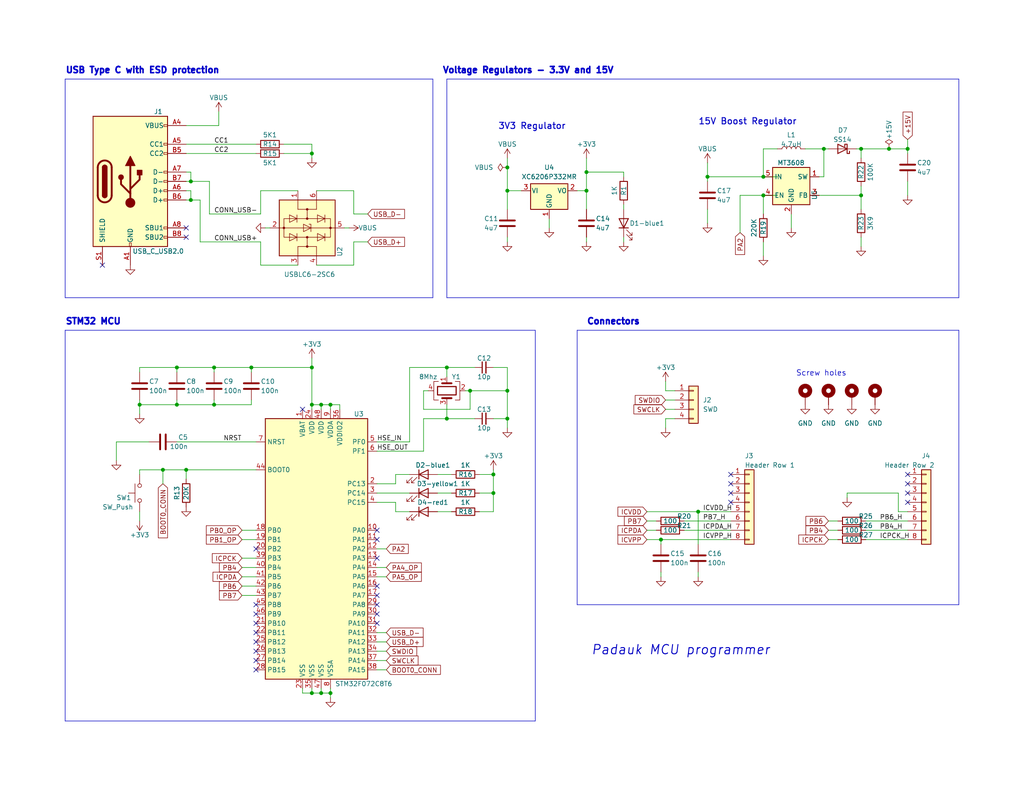
<source format=kicad_sch>
(kicad_sch (version 20231120) (generator "eeschema") (generator_version "8.0")
  (paper "USLetter")
  (title_block (title "Purple PDK Programmer"))
  (lib_symbols
    (symbol "Connector:USB_C_Receptacle_USB2.0" (pin_names (offset 1.016))
      (property "Reference" "J" (at -10.16 19.05 0))
      (property "Value" "USB_C_Receptacle_USB2.0" (at 19.05 19.05 0))
      (symbol "USB_C_Receptacle_USB2.0_1_1"
        (pin passive line (at 0 -22.86 90) (length 5.08) (name "GND") (number "A1"))
        (pin passive line (at 0 -22.86 90) (length 5.08) hide (name "GND") (number "A12"))
        (pin passive line (at 15.24 15.24 180) (length 5.08) (name "VBUS") (number "A4"))
        (pin bidirectional line (at 15.24 10.16 180) (length 5.08) (name "CC1") (number "A5"))
        (pin bidirectional line (at 15.24 -2.54 180) (length 5.08) (name "D+") (number "A6"))
        (pin bidirectional line (at 15.24 2.54 180) (length 5.08) (name "D-") (number "A7"))
        (pin bidirectional line (at 15.24 -12.7 180) (length 5.08) (name "SBU1") (number "A8"))
        (pin passive line (at 15.24 15.24 180) (length 5.08) hide (name "VBUS") (number "A9"))
        (pin passive line (at 0 -22.86 90) (length 5.08) hide (name "GND") (number "B1"))
        (pin passive line (at 0 -22.86 90) (length 5.08) hide (name "GND") (number "B12"))
        (pin passive line (at 15.24 15.24 180) (length 5.08) hide (name "VBUS") (number "B4"))
        (pin bidirectional line (at 15.24 7.62 180) (length 5.08) (name "CC2") (number "B5"))
        (pin bidirectional line (at 15.24 -5.08 180) (length 5.08) (name "D+") (number "B6"))
        (pin bidirectional line (at 15.24 0 180) (length 5.08) (name "D-") (number "B7"))
        (pin bidirectional line (at 15.24 -15.24 180) (length 5.08) (name "SBU2") (number "B8"))
        (pin passive line (at 15.24 15.24 180) (length 5.08) hide (name "VBUS") (number "B9"))
        (pin passive line (at -7.62 -22.86 90) (length 5.08) (name "SHIELD") (number "S1"))
      )
    )
    (symbol "Connector_Generic:Conn_01x04" (pin_names (offset 1.016) hide)
      (property "Reference" "J" (at 0 5.08 0))
      (property "Value" "Conn_01x04" (at 0 -7.62 0))
      (symbol "Conn_01x04_1_1"
        (pin passive line (at -5.08 2.54 0) (length 3.81) (name "Pin_1") (number "1"))
        (pin passive line (at -5.08 0 0) (length 3.81) (name "Pin_2") (number "2"))
        (pin passive line (at -5.08 -2.54 0) (length 3.81) (name "Pin_3") (number "3"))
        (pin passive line (at -5.08 -5.08 0) (length 3.81) (name "Pin_4") (number "4"))
      )
    )
    (symbol "Connector_Generic:Conn_01x08" (pin_names (offset 1.016) hide)
      (property "Reference" "J" (at 0 10.16 0))
      (property "Value" "Conn_01x08" (at 0 -12.7 0))
      (symbol "Conn_01x08_1_1"
        (pin passive line (at -5.08 7.62 0) (length 3.81) (name "Pin_1") (number "1"))
        (pin passive line (at -5.08 5.08 0) (length 3.81) (name "Pin_2") (number "2"))
        (pin passive line (at -5.08 2.54 0) (length 3.81) (name "Pin_3") (number "3"))
        (pin passive line (at -5.08 0 0) (length 3.81) (name "Pin_4") (number "4"))
        (pin passive line (at -5.08 -2.54 0) (length 3.81) (name "Pin_5") (number "5"))
        (pin passive line (at -5.08 -5.08 0) (length 3.81) (name "Pin_6") (number "6"))
        (pin passive line (at -5.08 -7.62 0) (length 3.81) (name "Pin_7") (number "7"))
        (pin passive line (at -5.08 -10.16 0) (length 3.81) (name "Pin_8") (number "8"))
      )
    )
    (symbol "Device:C" (pin_numbers hide) (pin_names (offset 0.254))
      (property "Reference" "C" (at 0.635 2.54 0))
      (property "Value" "C" (at 0.635 -2.54 0))
      (symbol "C_1_1"
        (pin passive line (at 0 3.81 270) (length 2.794) (name "~") (number "1"))
        (pin passive line (at 0 -3.81 90) (length 2.794) (name "~") (number "2"))
      )
    )
    (symbol "Device:C_Small" (pin_numbers hide) (pin_names (offset 0.254) hide)
      (property "Reference" "C" (at 0.254 1.778 0))
      (property "Value" "C_Small" (at 0.254 -2.032 0))
      (symbol "C_Small_1_1"
        (pin passive line (at 0 2.54 270) (length 2.032) (name "~") (number "1"))
        (pin passive line (at 0 -2.54 90) (length 2.032) (name "~") (number "2"))
      )
    )
    (symbol "Device:Crystal_GND24" (pin_names (offset 1.016) hide)
      (property "Reference" "Y" (at 3.175 5.08 0))
      (property "Value" "Crystal_GND24" (at 3.175 3.175 0))
      (symbol "Crystal_GND24_1_1"
        (pin passive line (at -3.81 0 0) (length 1.27) (name "1") (number "1"))
        (pin passive line (at 0 5.08 270) (length 1.27) (name "2") (number "2"))
        (pin passive line (at 3.81 0 180) (length 1.27) (name "3") (number "3"))
        (pin passive line (at 0 -5.08 90) (length 1.27) (name "4") (number "4"))
      )
    )
    (symbol "Device:D_Schottky" (pin_numbers hide) (pin_names (offset 1.016) hide)
      (property "Reference" "D" (at 0 2.54 0))
      (property "Value" "D_Schottky" (at 0 -2.54 0))
      (symbol "D_Schottky_1_1"
        (pin passive line (at -3.81 0 0) (length 2.54) (name "K") (number "1"))
        (pin passive line (at 3.81 0 180) (length 2.54) (name "A") (number "2"))
      )
    )
    (symbol "Device:L" (pin_numbers hide) (pin_names (offset 1.016) hide)
      (property "Reference" "L" (at -1.27 0 90))
      (property "Value" "L" (at 1.905 0 90))
      (symbol "L_1_1"
        (pin passive line (at 0 3.81 270) (length 1.27) (name "1") (number "1"))
        (pin passive line (at 0 -3.81 90) (length 1.27) (name "2") (number "2"))
      )
    )
    (symbol "Device:LED" (pin_numbers hide) (pin_names (offset 1.016) hide)
      (property "Reference" "D" (at 0 2.54 0))
      (property "Value" "LED" (at 0 -2.54 0))
      (symbol "LED_1_1"
        (pin passive line (at -3.81 0 0) (length 2.54) (name "K") (number "1"))
        (pin passive line (at 3.81 0 180) (length 2.54) (name "A") (number "2"))
      )
    )
    (symbol "Device:R" (pin_numbers hide) (pin_names (offset 0))
      (property "Reference" "R" (at 2.032 0 90))
      (property "Value" "R" (at 0 0 90))
      (symbol "R_1_1"
        (pin passive line (at 0 3.81 270) (length 1.27) (name "~") (number "1"))
        (pin passive line (at 0 -3.81 90) (length 1.27) (name "~") (number "2"))
      )
    )
    (symbol "Free_PDK:STM32F072C8Tx"
      (property "Reference" "U3" (at 8.89 36.83 0))
      (property "Value" "STM32F072C8T6" (at 3.81 -36.83 0))
      (symbol "STM32F072C8Tx_1_1"
        (pin input line (at -5.08 38.1 270) (length 2.54) (name "VBAT") (number "1"))
        (pin bidirectional line (at 15.24 5.08 180) (length 2.54) (name "PA0") (number "10"))
        (pin bidirectional line (at 15.24 2.54 180) (length 2.54) (name "PA1") (number "11"))
        (pin bidirectional line (at 15.24 0 180) (length 2.54) (name "PA2") (number "12"))
        (pin bidirectional line (at 15.24 -2.54 180) (length 2.54) (name "PA3") (number "13"))
        (pin bidirectional line (at 15.24 -5.08 180) (length 2.54) (name "PA4") (number "14"))
        (pin bidirectional line (at 15.24 -7.62 180) (length 2.54) (name "PA5") (number "15"))
        (pin bidirectional line (at 15.24 -10.16 180) (length 2.54) (name "PA6") (number "16"))
        (pin bidirectional line (at 15.24 -12.7 180) (length 2.54) (name "PA7") (number "17"))
        (pin bidirectional line (at -17.78 5.08 0) (length 2.54) (name "PB0") (number "18"))
        (pin bidirectional line (at -17.78 2.54 0) (length 2.54) (name "PB1") (number "19"))
        (pin bidirectional line (at 15.24 17.78 180) (length 2.54) (name "PC13") (number "2"))
        (pin bidirectional line (at -17.78 0 0) (length 2.54) (name "PB2") (number "20"))
        (pin bidirectional line (at -17.78 -20.32 0) (length 2.54) (name "PB10") (number "21"))
        (pin bidirectional line (at -17.78 -22.86 0) (length 2.54) (name "PB11") (number "22"))
        (pin input line (at -5.08 -38.1 90) (length 2.54) (name "VSS") (number "23"))
        (pin input line (at -2.54 38.1 270) (length 2.54) (name "VDD") (number "24"))
        (pin bidirectional line (at -17.78 -25.4 0) (length 2.54) (name "PB12") (number "25"))
        (pin bidirectional line (at -17.78 -27.94 0) (length 2.54) (name "PB13") (number "26"))
        (pin bidirectional line (at -17.78 -30.48 0) (length 2.54) (name "PB14") (number "27"))
        (pin bidirectional line (at -17.78 -33.02 0) (length 2.54) (name "PB15") (number "28"))
        (pin bidirectional line (at 15.24 -15.24 180) (length 2.54) (name "PA8") (number "29"))
        (pin bidirectional line (at 15.24 15.24 180) (length 2.54) (name "PC14") (number "3"))
        (pin bidirectional line (at 15.24 -17.78 180) (length 2.54) (name "PA9") (number "30"))
        (pin bidirectional line (at 15.24 -20.32 180) (length 2.54) (name "PA10") (number "31"))
        (pin bidirectional line (at 15.24 -22.86 180) (length 2.54) (name "PA11") (number "32"))
        (pin bidirectional line (at 15.24 -25.4 180) (length 2.54) (name "PA12") (number "33"))
        (pin bidirectional line (at 15.24 -27.94 180) (length 2.54) (name "PA13") (number "34"))
        (pin input line (at -2.54 -38.1 90) (length 2.54) (name "VSS") (number "35"))
        (pin input line (at 5.08 38.1 270) (length 2.54) (name "VDDIO2") (number "36"))
        (pin bidirectional line (at 15.24 -30.48 180) (length 2.54) (name "PA14") (number "37"))
        (pin bidirectional line (at 15.24 -33.02 180) (length 2.54) (name "PA15") (number "38"))
        (pin bidirectional line (at -17.78 -2.54 0) (length 2.54) (name "PB3") (number "39"))
        (pin bidirectional line (at 15.24 12.7 180) (length 2.54) (name "PC15") (number "4"))
        (pin bidirectional line (at -17.78 -5.08 0) (length 2.54) (name "PB4") (number "40"))
        (pin bidirectional line (at -17.78 -7.62 0) (length 2.54) (name "PB5") (number "41"))
        (pin bidirectional line (at -17.78 -10.16 0) (length 2.54) (name "PB6") (number "42"))
        (pin bidirectional line (at -17.78 -12.7 0) (length 2.54) (name "PB7") (number "43"))
        (pin input line (at -17.78 21.59 0) (length 2.54) (name "BOOT0") (number "44"))
        (pin bidirectional line (at -17.78 -15.24 0) (length 2.54) (name "PB8") (number "45"))
        (pin bidirectional line (at -17.78 -17.78 0) (length 2.54) (name "PB9") (number "46"))
        (pin input line (at 0 -38.1 90) (length 2.54) (name "VSS") (number "47"))
        (pin input line (at 0 38.1 270) (length 2.54) (name "VDD") (number "48"))
        (pin input line (at 15.24 29.21 180) (length 2.54) (name "PF0") (number "5"))
        (pin input line (at 15.24 26.67 180) (length 2.54) (name "PF1") (number "6"))
        (pin input line (at -17.78 29.21 0) (length 2.54) (name "NRST") (number "7"))
        (pin input line (at 2.54 -38.1 90) (length 2.54) (name "VSSA") (number "8"))
        (pin input line (at 2.54 38.1 270) (length 2.54) (name "VDDA") (number "9"))
      )
    )
    (symbol "Mechanical:MountingHole_Pad" (pin_numbers hide) (pin_names (offset 1.016) hide)
      (property "Reference" "H" (at 0 6.35 0))
      (property "Value" "MountingHole_Pad" (at 0 4.445 0))
      (symbol "MountingHole_Pad_1_1"
        (pin input line (at 0 -2.54 90) (length 2.54) (name "1") (number "1"))
      )
    )
    (symbol "Power_Protection:USBLC6-2SC6" (pin_names hide)
      (property "Reference" "U" (at 2.54 8.89 0))
      (property "Value" "USBLC6-2SC6" (at 2.54 -8.89 0))
      (symbol "USBLC6-2SC6_1_1"
        (pin passive line (at -10.16 -2.54 0) (length 2.54) (name "I/O1") (number "1"))
        (pin passive line (at 0 -10.16 90) (length 2.54) (name "GND") (number "2"))
        (pin passive line (at 10.16 -2.54 180) (length 2.54) (name "I/O2") (number "3"))
        (pin passive line (at 10.16 2.54 180) (length 2.54) (name "I/O2") (number "4"))
        (pin passive line (at 0 10.16 270) (length 2.54) (name "VBUS") (number "5"))
        (pin passive line (at -10.16 2.54 0) (length 2.54) (name "I/O1") (number "6"))
      )
    )
    (symbol "Regulator_Linear:AP2127N-3.3" (pin_names (offset 0.254))
      (property "Reference" "U" (at -3.81 3.175 0))
      (property "Value" "AP2127N-3.3" (at 0 3.175 0))
      (symbol "AP2127N-3.3_1_1"
        (pin power_in line (at 0 -7.62 90) (length 2.54) (name "GND") (number "1"))
        (pin power_out line (at 7.62 0 180) (length 2.54) (name "VO") (number "2"))
        (pin power_in line (at -7.62 0 0) (length 2.54) (name "VI") (number "3"))
      )
    )
    (symbol "Regulator_Switching:MT3608"
      (property "Reference" "U5" (at 6.35 -3.81 90))
      (property "Value" "MT3608" (at 6.35 12.7 90))
      (symbol "MT3608_1_1"
        (pin passive line (at 7.62 2.54 180) (length 2.54) (name "SW") (number "1"))
        (pin passive line (at 0 -7.62 90) (length 2.54) (name "GND") (number "2"))
        (pin input line (at 7.62 -2.54 180) (length 2.54) (name "FB") (number "3"))
        (pin input line (at -7.62 -2.54 0) (length 2.54) (name "EN") (number "4"))
        (pin input line (at -7.62 2.54 0) (length 2.54) (name "IN") (number "5"))
        (pin no_connect line (at 5.08 0 180) (length 2.54) hide (name "NC") (number "6"))
      )
    )
    (symbol "Switch:SW_Push" (pin_numbers hide) (pin_names (offset 1.016) hide)
      (property "Reference" "SW" (at 1.27 2.54 0))
      (property "Value" "SW_Push" (at 0 -1.524 0))
      (symbol "SW_Push_0_1"
        (pin passive line (at -5.08 0 0) (length 2.54) (name "1") (number "1"))
        (pin passive line (at 5.08 0 180) (length 2.54) (name "2") (number "2"))
      )
    )
    (symbol "power:+3V3" (power) (pin_names (offset 0))
      (property "Value" "+3V3" (at 0 3.556 0))
      (symbol "+3V3_1_1"
        (pin power_in line (at 0 0 90) (length 0) hide (name "+3V3") (number "1"))
      )
    )
    (symbol "power:GND" (power) (pin_names (offset 0))
      (property "Value" "GND" (at 0 -3.81 0))
      (symbol "GND_1_1"
        (pin power_in line (at 0 0 270) (length 0) hide (name "GND") (number "1"))
      )
    )
    (symbol "power:PWR_FLAG" (power) (pin_numbers hide) (pin_names (offset 0) hide)
      (property "Value" "PWR_FLAG" (at 0 3.81 0))
      (symbol "PWR_FLAG_0_0"
        (pin power_out line (at 0 0 90) (length 0) (name "pwr") (number "1"))
      )
    )
    (symbol "power:VBUS" (power) (pin_names (offset 0))
      (property "Value" "VBUS" (at 0 3.81 0))
      (symbol "VBUS_1_1"
        (pin power_in line (at 0 0 90) (length 0) hide (name "VBUS") (number "1"))
      )
    )
  )
  (junction (at 138.43 114.3))
  (junction (at 121.92 114.3))
  (junction (at 138.43 52.07))
  (junction (at 134.62 134.62))
  (junction (at 138.43 106.68))
  (junction (at 90.17 110.49))
  (junction (at 160.02 52.07))
  (junction (at 134.62 129.54))
  (junction (at 242.57 40.64))
  (junction (at 50.8 128.27))
  (junction (at 190.5 139.7))
  (junction (at 48.26 100.33))
  (junction (at 247.65 40.64))
  (junction (at 38.1 110.49))
  (junction (at 85.09 41.91))
  (junction (at 85.09 110.49))
  (junction (at 208.28 53.34))
  (junction (at 138.43 45.72))
  (junction (at 85.09 100.33))
  (junction (at 90.17 189.23))
  (junction (at 44.45 128.27))
  (junction (at 87.63 189.23))
  (junction (at 87.63 110.49))
  (junction (at 224.79 40.64))
  (junction (at 234.95 53.34))
  (junction (at 48.26 110.49))
  (junction (at 234.95 40.64))
  (junction (at 58.42 110.49))
  (junction (at 68.58 100.33))
  (junction (at 52.07 54.61))
  (junction (at 160.02 46.99))
  (junction (at 180.34 147.32))
  (junction (at 121.92 100.33))
  (junction (at 85.09 189.23))
  (junction (at 193.04 48.26))
  (junction (at 58.42 100.33))
  (junction (at 208.28 48.26))
  (junction (at 52.07 49.53))
  (junction (at 128.27 106.68))
  (no_connect (at 247.65 137.16))
  (no_connect (at 247.65 134.62))
  (no_connect (at 102.87 160.02))
  (no_connect (at 102.87 162.56))
  (no_connect (at 102.87 165.1))
  (no_connect (at 102.87 147.32))
  (no_connect (at 102.87 144.78))
  (no_connect (at 50.8 62.23))
  (no_connect (at 50.8 64.77))
  (no_connect (at 69.85 172.72))
  (no_connect (at 69.85 175.26))
  (no_connect (at 69.85 177.8))
  (no_connect (at 69.85 180.34))
  (no_connect (at 69.85 182.88))
  (no_connect (at 69.85 165.1))
  (no_connect (at 69.85 167.64))
  (no_connect (at 69.85 170.18))
  (no_connect (at 102.87 170.18))
  (no_connect (at 102.87 167.64))
  (no_connect (at 199.39 129.54))
  (no_connect (at 247.65 132.08))
  (no_connect (at 247.65 129.54))
  (no_connect (at 199.39 137.16))
  (no_connect (at 199.39 134.62))
  (no_connect (at 199.39 132.08))
  (no_connect (at 82.55 111.76))
  (no_connect (at 27.94 72.39))
  (no_connect (at 69.85 149.86))
  (no_connect (at 102.87 152.4))
  (wire (pts (xy 224.79 40.64) (xy 226.06 40.64)))
  (wire (pts (xy 247.65 139.7) (xy 245.11 139.7)))
  (wire (pts (xy 50.8 54.61) (xy 52.07 54.61)))
  (wire (pts (xy 180.34 156.21) (xy 180.34 157.48)))
  (wire (pts (xy 160.02 64.77) (xy 160.02 66.04)))
  (wire (pts (xy 247.65 40.64) (xy 242.57 40.64)))
  (polyline (pts (xy 261.62 81.28) (xy 121.92 81.28)))
  (wire (pts (xy 181.61 111.76) (xy 184.15 111.76)))
  (wire (pts (xy 48.26 100.33) (xy 58.42 100.33)))
  (wire (pts (xy 170.18 46.99) (xy 160.02 46.99)))
  (polyline (pts (xy 118.11 21.59) (xy 118.11 81.28)))
  (wire (pts (xy 170.18 64.77) (xy 170.18 66.04)))
  (wire (pts (xy 130.81 139.7) (xy 134.62 139.7)))
  (wire (pts (xy 215.9 58.42) (xy 215.9 62.23)))
  (polyline (pts (xy 261.62 90.17) (xy 261.62 165.1)))
  (wire (pts (xy 107.95 132.08) (xy 102.87 132.08)))
  (wire (pts (xy 212.09 53.34) (xy 208.28 53.34)))
  (wire (pts (xy 59.69 34.29) (xy 50.8 34.29)))
  (wire (pts (xy 38.1 139.7) (xy 38.1 142.24)))
  (wire (pts (xy 66.04 154.94) (xy 69.85 154.94)))
  (wire (pts (xy 181.61 106.68) (xy 181.61 104.14)))
  (wire (pts (xy 66.04 147.32) (xy 69.85 147.32)))
  (wire (pts (xy 181.61 109.22) (xy 184.15 109.22)))
  (wire (pts (xy 52.07 49.53) (xy 57.15 49.53)))
  (wire (pts (xy 134.62 129.54) (xy 134.62 134.62)))
  (wire (pts (xy 208.28 48.26) (xy 212.09 48.26)))
  (wire (pts (xy 212.09 40.64) (xy 208.28 40.64)))
  (wire (pts (xy 57.15 58.42) (xy 71.12 58.42)))
  (polyline (pts (xy 261.62 21.59) (xy 261.62 81.28)))
  (wire (pts (xy 90.17 110.49) (xy 92.71 110.49)))
  (wire (pts (xy 236.22 147.32) (xy 247.65 147.32)))
  (wire (pts (xy 87.63 189.23) (xy 90.17 189.23)))
  (wire (pts (xy 82.55 189.23) (xy 85.09 189.23)))
  (wire (pts (xy 236.22 142.24) (xy 247.65 142.24)))
  (wire (pts (xy 38.1 129.54) (xy 38.1 128.27)))
  (wire (pts (xy 44.45 128.27) (xy 50.8 128.27)))
  (wire (pts (xy 231.14 134.62) (xy 231.14 135.89)))
  (wire (pts (xy 96.52 72.39) (xy 96.52 66.04)))
  (wire (pts (xy 111.76 120.65) (xy 111.76 100.33)))
  (wire (pts (xy 115.57 111.76) (xy 128.27 111.76)))
  (wire (pts (xy 66.04 157.48) (xy 69.85 157.48)))
  (wire (pts (xy 38.1 109.22) (xy 38.1 110.49)))
  (wire (pts (xy 77.47 41.91) (xy 85.09 41.91)))
  (wire (pts (xy 85.09 97.79) (xy 85.09 100.33)))
  (polyline (pts (xy 17.78 21.59) (xy 118.11 21.59)))
  (wire (pts (xy 86.36 72.39) (xy 96.52 72.39)))
  (wire (pts (xy 71.12 66.04) (xy 71.12 72.39)))
  (wire (pts (xy 87.63 110.49) (xy 87.63 111.76)))
  (wire (pts (xy 54.61 66.04) (xy 71.12 66.04)))
  (wire (pts (xy 247.65 38.1) (xy 247.65 40.64)))
  (wire (pts (xy 245.11 139.7) (xy 245.11 134.62)))
  (wire (pts (xy 107.95 139.7) (xy 111.76 139.7)))
  (wire (pts (xy 130.81 134.62) (xy 134.62 134.62)))
  (wire (pts (xy 66.04 152.4) (xy 69.85 152.4)))
  (wire (pts (xy 92.71 110.49) (xy 92.71 111.76)))
  (wire (pts (xy 190.5 156.21) (xy 190.5 157.48)))
  (wire (pts (xy 119.38 139.7) (xy 123.19 139.7)))
  (wire (pts (xy 48.26 120.65) (xy 69.85 120.65)))
  (wire (pts (xy 160.02 52.07) (xy 160.02 57.15)))
  (wire (pts (xy 50.8 46.99) (xy 52.07 46.99)))
  (wire (pts (xy 87.63 110.49) (xy 90.17 110.49)))
  (wire (pts (xy 226.06 147.32) (xy 228.6 147.32)))
  (wire (pts (xy 85.09 39.37) (xy 85.09 41.91)))
  (wire (pts (xy 38.1 100.33) (xy 38.1 101.6)))
  (wire (pts (xy 160.02 43.18) (xy 160.02 46.99)))
  (wire (pts (xy 121.92 114.3) (xy 129.54 114.3)))
  (wire (pts (xy 96.52 52.07) (xy 96.52 58.42)))
  (wire (pts (xy 138.43 114.3) (xy 138.43 116.84)))
  (wire (pts (xy 247.65 41.91) (xy 247.65 40.64)))
  (wire (pts (xy 50.8 39.37) (xy 69.85 39.37)))
  (polyline (pts (xy 17.78 21.59) (xy 17.78 81.28)))
  (wire (pts (xy 31.75 120.65) (xy 31.75 125.73)))
  (wire (pts (xy 208.28 66.04) (xy 208.28 69.85)))
  (wire (pts (xy 176.53 147.32) (xy 180.34 147.32)))
  (wire (pts (xy 102.87 177.8) (xy 105.41 177.8)))
  (wire (pts (xy 121.92 100.33) (xy 121.92 102.87)))
  (wire (pts (xy 138.43 64.77) (xy 138.43 66.04)))
  (wire (pts (xy 234.95 64.77) (xy 234.95 67.31)))
  (wire (pts (xy 234.95 40.64) (xy 233.68 40.64)))
  (wire (pts (xy 48.26 109.22) (xy 48.26 110.49)))
  (wire (pts (xy 107.95 137.16) (xy 107.95 139.7)))
  (wire (pts (xy 170.18 57.15) (xy 170.18 55.88)))
  (wire (pts (xy 66.04 160.02) (xy 69.85 160.02)))
  (wire (pts (xy 201.93 53.34) (xy 201.93 63.5)))
  (wire (pts (xy 59.69 30.48) (xy 59.69 34.29)))
  (wire (pts (xy 102.87 180.34) (xy 105.41 180.34)))
  (wire (pts (xy 234.95 40.64) (xy 242.57 40.64)))
  (polyline (pts (xy 121.92 21.59) (xy 261.62 21.59)))
  (wire (pts (xy 128.27 106.68) (xy 128.27 111.76)))
  (wire (pts (xy 58.42 100.33) (xy 58.42 101.6)))
  (polyline (pts (xy 146.05 90.17) (xy 146.05 196.85)))
  (wire (pts (xy 111.76 100.33) (xy 121.92 100.33)))
  (wire (pts (xy 96.52 58.42) (xy 100.33 58.42)))
  (wire (pts (xy 102.87 134.62) (xy 111.76 134.62)))
  (wire (pts (xy 176.53 139.7) (xy 190.5 139.7)))
  (wire (pts (xy 176.53 144.78) (xy 179.07 144.78)))
  (wire (pts (xy 223.52 53.34) (xy 234.95 53.34)))
  (wire (pts (xy 224.79 48.26) (xy 224.79 40.64)))
  (wire (pts (xy 102.87 157.48) (xy 105.41 157.48)))
  (wire (pts (xy 85.09 189.23) (xy 87.63 189.23)))
  (wire (pts (xy 48.26 110.49) (xy 58.42 110.49)))
  (wire (pts (xy 68.58 100.33) (xy 68.58 101.6)))
  (wire (pts (xy 50.8 128.27) (xy 50.8 130.81)))
  (wire (pts (xy 138.43 45.72) (xy 138.43 52.07)))
  (wire (pts (xy 130.81 129.54) (xy 134.62 129.54)))
  (wire (pts (xy 102.87 182.88) (xy 105.41 182.88)))
  (wire (pts (xy 115.57 106.68) (xy 116.84 106.68)))
  (wire (pts (xy 90.17 187.96) (xy 90.17 189.23)))
  (wire (pts (xy 138.43 52.07) (xy 142.24 52.07)))
  (wire (pts (xy 128.27 106.68) (xy 138.43 106.68)))
  (wire (pts (xy 226.06 142.24) (xy 228.6 142.24)))
  (wire (pts (xy 102.87 120.65) (xy 111.76 120.65)))
  (wire (pts (xy 38.1 110.49) (xy 48.26 110.49)))
  (wire (pts (xy 226.06 144.78) (xy 228.6 144.78)))
  (wire (pts (xy 138.43 100.33) (xy 138.43 106.68)))
  (wire (pts (xy 86.36 52.07) (xy 96.52 52.07)))
  (wire (pts (xy 52.07 54.61) (xy 54.61 54.61)))
  (wire (pts (xy 31.75 120.65) (xy 40.64 120.65)))
  (polyline (pts (xy 157.48 90.17) (xy 261.62 90.17)))
  (wire (pts (xy 95.25 62.23) (xy 93.98 62.23)))
  (wire (pts (xy 119.38 129.54) (xy 123.19 129.54)))
  (wire (pts (xy 234.95 53.34) (xy 234.95 57.15)))
  (wire (pts (xy 90.17 190.5) (xy 90.17 189.23)))
  (wire (pts (xy 115.57 123.19) (xy 115.57 114.3)))
  (wire (pts (xy 50.8 128.27) (xy 69.85 128.27)))
  (wire (pts (xy 85.09 110.49) (xy 87.63 110.49)))
  (wire (pts (xy 96.52 66.04) (xy 100.33 66.04)))
  (wire (pts (xy 138.43 106.68) (xy 138.43 114.3)))
  (wire (pts (xy 193.04 48.26) (xy 208.28 48.26)))
  (wire (pts (xy 193.04 48.26) (xy 193.04 49.53)))
  (wire (pts (xy 85.09 100.33) (xy 68.58 100.33)))
  (wire (pts (xy 208.28 53.34) (xy 208.28 58.42)))
  (wire (pts (xy 180.34 147.32) (xy 199.39 147.32)))
  (wire (pts (xy 219.71 40.64) (xy 224.79 40.64)))
  (wire (pts (xy 184.15 114.3) (xy 181.61 114.3)))
  (wire (pts (xy 102.87 137.16) (xy 107.95 137.16)))
  (wire (pts (xy 44.45 128.27) (xy 44.45 132.08)))
  (wire (pts (xy 52.07 46.99) (xy 52.07 49.53)))
  (wire (pts (xy 134.62 128.27) (xy 134.62 129.54)))
  (polyline (pts (xy 157.48 90.17) (xy 157.48 165.1)))
  (wire (pts (xy 82.55 187.96) (xy 82.55 189.23)))
  (wire (pts (xy 121.92 110.49) (xy 121.92 114.3)))
  (wire (pts (xy 54.61 54.61) (xy 54.61 66.04)))
  (wire (pts (xy 66.04 144.78) (xy 69.85 144.78)))
  (wire (pts (xy 138.43 52.07) (xy 138.43 57.15)))
  (wire (pts (xy 193.04 44.45) (xy 193.04 48.26)))
  (wire (pts (xy 102.87 149.86) (xy 105.41 149.86)))
  (wire (pts (xy 48.26 100.33) (xy 48.26 101.6)))
  (wire (pts (xy 71.12 72.39) (xy 81.28 72.39)))
  (wire (pts (xy 66.04 162.56) (xy 69.85 162.56)))
  (wire (pts (xy 119.38 134.62) (xy 123.19 134.62)))
  (wire (pts (xy 50.8 52.07) (xy 52.07 52.07)))
  (polyline (pts (xy 146.05 196.85) (xy 17.78 196.85)))
  (polyline (pts (xy 261.62 165.1) (xy 157.48 165.1)))
  (wire (pts (xy 85.09 100.33) (xy 85.09 110.49)))
  (wire (pts (xy 236.22 144.78) (xy 247.65 144.78)))
  (wire (pts (xy 58.42 100.33) (xy 68.58 100.33)))
  (wire (pts (xy 223.52 48.26) (xy 224.79 48.26)))
  (wire (pts (xy 85.09 187.96) (xy 85.09 189.23)))
  (wire (pts (xy 50.8 49.53) (xy 52.07 49.53)))
  (wire (pts (xy 138.43 43.18) (xy 138.43 45.72)))
  (wire (pts (xy 71.12 52.07) (xy 81.28 52.07)))
  (wire (pts (xy 38.1 100.33) (xy 48.26 100.33)))
  (wire (pts (xy 90.17 110.49) (xy 90.17 111.76)))
  (wire (pts (xy 57.15 49.53) (xy 57.15 58.42)))
  (wire (pts (xy 234.95 43.18) (xy 234.95 40.64)))
  (wire (pts (xy 134.62 114.3) (xy 138.43 114.3)))
  (wire (pts (xy 102.87 175.26) (xy 105.41 175.26)))
  (wire (pts (xy 102.87 154.94) (xy 105.41 154.94)))
  (wire (pts (xy 77.47 39.37) (xy 85.09 39.37)))
  (polyline (pts (xy 121.92 21.59) (xy 121.92 81.28)))
  (wire (pts (xy 38.1 128.27) (xy 44.45 128.27)))
  (wire (pts (xy 208.28 40.64) (xy 208.28 48.26)))
  (wire (pts (xy 107.95 129.54) (xy 111.76 129.54)))
  (wire (pts (xy 190.5 139.7) (xy 199.39 139.7)))
  (wire (pts (xy 208.28 53.34) (xy 201.93 53.34)))
  (wire (pts (xy 180.34 147.32) (xy 180.34 148.59)))
  (polyline (pts (xy 17.78 90.17) (xy 17.78 196.85)))
  (wire (pts (xy 247.65 49.53) (xy 247.65 53.34)))
  (polyline (pts (xy 118.11 81.28) (xy 17.78 81.28)))
  (wire (pts (xy 181.61 114.3) (xy 181.61 116.84)))
  (wire (pts (xy 170.18 48.26) (xy 170.18 46.99)))
  (wire (pts (xy 190.5 139.7) (xy 190.5 148.59)))
  (wire (pts (xy 115.57 114.3) (xy 121.92 114.3)))
  (wire (pts (xy 128.27 106.68) (xy 127 106.68)))
  (wire (pts (xy 186.69 144.78) (xy 199.39 144.78)))
  (wire (pts (xy 115.57 106.68) (xy 115.57 111.76)))
  (wire (pts (xy 68.58 110.49) (xy 68.58 109.22)))
  (wire (pts (xy 149.86 59.69) (xy 149.86 62.23)))
  (polyline (pts (xy 17.78 90.17) (xy 146.05 90.17)))
  (wire (pts (xy 176.53 142.24) (xy 179.07 142.24)))
  (wire (pts (xy 73.66 62.23) (xy 72.39 62.23)))
  (wire (pts (xy 102.87 172.72) (xy 105.41 172.72)))
  (wire (pts (xy 121.92 100.33) (xy 129.54 100.33)))
  (wire (pts (xy 184.15 106.68) (xy 181.61 106.68)))
  (wire (pts (xy 157.48 52.07) (xy 160.02 52.07)))
  (wire (pts (xy 71.12 58.42) (xy 71.12 52.07)))
  (wire (pts (xy 134.62 100.33) (xy 138.43 100.33)))
  (wire (pts (xy 234.95 53.34) (xy 234.95 50.8)))
  (wire (pts (xy 186.69 142.24) (xy 199.39 142.24)))
  (wire (pts (xy 160.02 46.99) (xy 160.02 52.07)))
  (wire (pts (xy 85.09 41.91) (xy 85.09 43.18)))
  (wire (pts (xy 38.1 110.49) (xy 38.1 113.03)))
  (wire (pts (xy 107.95 129.54) (xy 107.95 132.08)))
  (wire (pts (xy 50.8 41.91) (xy 69.85 41.91)))
  (wire (pts (xy 102.87 123.19) (xy 115.57 123.19)))
  (wire (pts (xy 58.42 110.49) (xy 68.58 110.49)))
  (wire (pts (xy 85.09 110.49) (xy 85.09 111.76)))
  (wire (pts (xy 52.07 52.07) (xy 52.07 54.61)))
  (wire (pts (xy 193.04 57.15) (xy 193.04 60.96)))
  (wire (pts (xy 87.63 187.96) (xy 87.63 189.23)))
  (wire (pts (xy 58.42 109.22) (xy 58.42 110.49)))
  (wire (pts (xy 134.62 134.62) (xy 134.62 139.7)))
  (wire (pts (xy 231.14 134.62) (xy 245.11 134.62)))
  (text "Screw holes" (at 217.17 102.87 0) (effects (font (size 1.5 1.5)) (justify left bottom)))
  (text "Connectors" (at 160.02 88.9 0) (effects (font (size 1.7 1.7) (thickness 0.508) (bold yes)) (justify left bottom)))
  (text "15V Boost Regulator" (at 190.5 34.29 0) (effects (font (size 1.7 1.7) (thickness 0.254) (bold yes)) (justify left bottom)))
  (text "STM32 MCU" (at 17.78 88.9 0) (effects (font (size 1.7 1.7) (thickness 0.508) (bold yes)) (justify left bottom)))
  (text "3V3 Regulator" (at 135.89 35.56 0) (effects (font (size 1.7 1.7) (thickness 0.254) (bold yes)) (justify left bottom)))
  (text "Padauk MCU programmer" (at 161.29 179.07 0) (effects (font (size 2.54 2.54) (thickness 0.254) (bold yes) (italic yes)) (justify left bottom)))
  (text "Voltage Regulators - 3.3V and 15V" (at 120.65 20.32 0) (effects (font (size 1.7 1.7) (thickness 0.508) (bold yes)) (justify left bottom)))
  (text "USB Type C with ESD protection" (at 17.78 20.32 0) (effects (font (size 1.7 1.7) (thickness 0.508) (bold yes)) (justify left bottom)))
  (label "HSE_IN" (at 102.87 120.65 0))
  (label "CONN_USB+" (at 58.42 66.04 0))
  (label "ICVDD_H" (at 191.77 139.7 0))
  (label "PB6_H" (at 240.03 142.24 0))
  (label "NRST" (at 60.96 120.65 0))
  (label "PB7_H" (at 191.77 142.24 0))
  (label "ICPCK_H" (at 240.03 147.32 0))
  (label "CC2" (at 58.42 41.91 0))
  (label "PB4_H" (at 240.03 144.78 0))
  (label "ICPDA_H" (at 191.77 144.78 0))
  (label "ICVPP_H" (at 191.77 147.32 0))
  (label "CC1" (at 58.42 39.37 0))
  (label "HSE_OUT" (at 102.87 123.19 0))
  (label "CONN_USB-" (at 58.42 58.42 0))
  (global_label "PB4" (shape input) (at 66.04 154.94 180) (property "Intersheetrefs" "${INTERSHEET_REFS}" (effects (hide yes))))
  (global_label "SWDIO" (shape input) (at 181.61 109.22 180) (property "Intersheetrefs" "${INTERSHEET_REFS}" (effects (hide yes))))
  (global_label "PB7" (shape input) (at 176.53 142.24 180) (property "Intersheetrefs" "${INTERSHEET_REFS}" (effects (hide yes))))
  (global_label "PB1_OP" (shape input) (at 66.04 147.32 180) (property "Intersheetrefs" "${INTERSHEET_REFS}" (effects (hide yes))))
  (global_label "USB_D-" (shape input) (at 100.33 58.42 0) (property "Intersheetrefs" "${INTERSHEET_REFS}" (effects (hide yes))))
  (global_label "ICPCK" (shape input) (at 66.04 152.4 180) (property "Intersheetrefs" "${INTERSHEET_REFS}" (effects (hide yes))))
  (global_label "ICVDD" (shape input) (at 176.53 139.7 180) (property "Intersheetrefs" "${INTERSHEET_REFS}" (effects (hide yes))))
  (global_label "PA5_OP" (shape input) (at 105.41 157.48 0) (property "Intersheetrefs" "${INTERSHEET_REFS}" (effects (hide yes))))
  (global_label "ICPDA" (shape input) (at 66.04 157.48 180) (property "Intersheetrefs" "${INTERSHEET_REFS}" (effects (hide yes))))
  (global_label "SWCLK" (shape input) (at 105.41 180.34 0) (property "Intersheetrefs" "${INTERSHEET_REFS}" (effects (hide yes))))
  (global_label "BOOT0_CONN" (shape input) (at 44.45 132.08 270) (property "Intersheetrefs" "${INTERSHEET_REFS}" (effects (hide yes))))
  (global_label "PA2" (shape input) (at 105.41 149.86 0) (property "Intersheetrefs" "${INTERSHEET_REFS}" (effects (hide yes))))
  (global_label "PB4" (shape input) (at 226.06 144.78 180) (property "Intersheetrefs" "${INTERSHEET_REFS}" (effects (hide yes))))
  (global_label "USB_D-" (shape input) (at 105.41 172.72 0) (property "Intersheetrefs" "${INTERSHEET_REFS}" (effects (hide yes))))
  (global_label "ICPCK" (shape input) (at 226.06 147.32 180) (property "Intersheetrefs" "${INTERSHEET_REFS}" (effects (hide yes))))
  (global_label "USB_D+" (shape input) (at 105.41 175.26 0) (property "Intersheetrefs" "${INTERSHEET_REFS}" (effects (hide yes))))
  (global_label "PB7" (shape input) (at 66.04 162.56 180) (property "Intersheetrefs" "${INTERSHEET_REFS}" (effects (hide yes))))
  (global_label "USB_D+" (shape input) (at 100.33 66.04 0) (property "Intersheetrefs" "${INTERSHEET_REFS}" (effects (hide yes))))
  (global_label "+15V" (shape input) (at 247.65 38.1 90) (property "Intersheetrefs" "${INTERSHEET_REFS}" (effects (hide yes))))
  (global_label "ICVPP" (shape input) (at 176.53 147.32 180) (property "Intersheetrefs" "${INTERSHEET_REFS}" (effects (hide yes))))
  (global_label "SWCLK" (shape input) (at 181.61 111.76 180) (property "Intersheetrefs" "${INTERSHEET_REFS}" (effects (hide yes))))
  (global_label "PA4_OP" (shape input) (at 105.41 154.94 0) (property "Intersheetrefs" "${INTERSHEET_REFS}" (effects (hide yes))))
  (global_label "PB6" (shape input) (at 66.04 160.02 180) (property "Intersheetrefs" "${INTERSHEET_REFS}" (effects (hide yes))))
  (global_label "ICPDA" (shape input) (at 176.53 144.78 180) (property "Intersheetrefs" "${INTERSHEET_REFS}" (effects (hide yes))))
  (global_label "BOOT0_CONN" (shape input) (at 105.41 182.88 0) (property "Intersheetrefs" "${INTERSHEET_REFS}" (effects (hide yes))))
  (global_label "PB0_OP" (shape input) (at 66.04 144.78 180) (property "Intersheetrefs" "${INTERSHEET_REFS}" (effects (hide yes))))
  (global_label "PB6" (shape input) (at 226.06 142.24 180) (property "Intersheetrefs" "${INTERSHEET_REFS}" (effects (hide yes))))
  (global_label "PA2" (shape input) (at 201.93 63.5 270) (property "Intersheetrefs" "${INTERSHEET_REFS}" (effects (hide yes))))
  (global_label "SWDIO" (shape input) (at 105.41 177.8 0) (property "Intersheetrefs" "${INTERSHEET_REFS}" (effects (hide yes))))
  (symbol (lib_id "Device:D_Schottky") (at 229.87 40.64 180) (unit 1)
    (property "Reference" "D7" (at 228.6 35.56 0) (effects (justify right)))
    (property "Value" "SS14" (at 227.33 38.1 0) (effects (justify right)))
    (property "Footprint" "Diode_SMD_Handsoldering_AKL:D_SMA" (effects (hide yes)))
  )
  (symbol (lib_id "power:GND") (at 138.43 116.84 0) (unit 1)
    (property "Reference" "#PWR026" (effects (hide yes)))
    (property "Value" "GND" (effects (hide yes)))
  )
  (symbol (lib_id "power:GND") (at 149.86 62.23 0) (unit 1)
    (property "Reference" "#PWR024" (effects (hide yes)))
    (property "Value" "GND" (effects (hide yes)))
  )
  (symbol (lib_id "power:+3V3") (at 134.62 128.27 0) (unit 1)
    (property "Reference" "#PWR025" (effects (hide yes)))
    (property "Value" "+3V3" (at 134.62 124.46 0))
  )
  (symbol (lib_id "power:VBUS") (at 138.43 43.18 0) (unit 1)
    (property "Reference" "#PWR022" (effects (hide yes)))
    (property "Value" "VBUS" (at 135.89 39.37 0) (effects (justify left)))
  )
  (symbol (lib_id "power:PWR_FLAG") (at 242.57 40.64 0) (unit 1)
    (property "Reference" "#FLG05" (effects (hide yes)))
    (property "Value" "+15V" (at 242.57 38.1 90) (effects (justify left)))
  )
  (symbol (lib_id "Regulator_Switching:MT3608") (at 215.9 50.8 0) (unit 1)
    (property "Reference" "U5" (at 222.25 54.61 90) (effects (justify left)))
    (property "Value" "MT3608" (at 212.09 44.45 0) (effects (justify left)))
    (property "Footprint" "Package_TO_SOT_SMD:SOT-23-6" (effects (hide yes)))
    (property "Datasheet" "https://www.olimex.com/Products/Breadboarding/BB-PWR-3608/resources/MT3608.pdf" (effects (hide yes)))
  )
  (symbol (lib_id "power:PWR_FLAG") (at 138.43 45.72 90) (unit 1)
    (property "Reference" "#FLG02" (effects (hide yes)))
    (property "Value" "VBUS" (at 134.62 45.72 90) (effects (justify left)))
  )
  (symbol (lib_id "Connector:USB_C_Receptacle_USB2.0") (at 35.56 49.53 0) (unit 1)
    (property "Reference" "J1" (at 43.18 30.48 0))
    (property "Value" "USB_C_USB2.0" (at 43.18 68.58 0))
    (property "Footprint" "Connector_USB:USB_C_Receptacle_HRO_TYPE-C-31-M-12" (effects (hide yes)))
    (property "Datasheet" "https://www.usb.org/sites/default/files/documents/usb_type-c.zip" (effects (hide yes)))
  )
  (symbol (lib_id "power:GND") (at 170.18 66.04 0) (unit 1)
    (property "Reference" "#PWR042" (effects (hide yes)))
    (property "Value" "GND" (effects (hide yes)))
  )
  (symbol (lib_id "Device:R") (at 170.18 52.07 0) (unit 1)
    (property "Reference" "R1" (at 170.18 52.07 90))
    (property "Value" "1K" (at 167.64 52.07 90))
    (property "Footprint" "Resistor_SMD:R_0603_1608Metric_Pad0.98x0.95mm_HandSolder" (effects (hide yes)))
  )
  (symbol (lib_id "Device:R") (at 127 139.7 270) (unit 1)
    (property "Reference" "R18" (at 127 139.7 90))
    (property "Value" "1K" (at 127 137.16 90))
    (property "Footprint" "Resistor_SMD:R_0603_1608Metric_Pad0.98x0.95mm_HandSolder" (effects (hide yes)))
  )
  (symbol (lib_id "power:GND") (at 85.09 43.18 0) (unit 1)
    (property "Reference" "#PWR021" (effects (hide yes)))
    (property "Value" "GND" (effects (hide yes)))
  )
  (symbol (lib_id "Device:C") (at 138.43 60.96 0) (unit 1)
    (property "Reference" "C11" (at 132.08 59.69 0) (effects (justify left)))
    (property "Value" "4u7" (at 132.08 62.23 0) (effects (justify left)))
    (property "Footprint" "Capacitor_SMD:C_0805_2012Metric" (effects (hide yes)))
  )
  (symbol (lib_id "power:GND") (at 247.65 53.34 0) (unit 1)
    (property "Reference" "#PWR039" (effects (hide yes)))
    (property "Value" "GND" (effects (hide yes)))
  )
  (symbol (lib_id "Connector_Generic:Conn_01x08") (at 204.47 137.16 0) (unit 1)
    (property "Reference" "J3" (at 203.2 124.46 0) (effects (justify left)))
    (property "Value" "Header Row 1" (at 203.2 127 0) (effects (justify left)))
    (property "Footprint" "Connector_PinHeader_2.54mm:PinHeader_1x08_P2.54mm_Vertical" (effects (hide yes)))
  )
  (symbol (lib_id "Free_PDK:STM32F072C8Tx") (at 87.63 149.86 0) (unit 1)
    (property "Reference" "U3" (at 96.52 113.03 0) (effects (justify left)))
    (property "Value" "STM32F072C8T6" (at 91.44 186.69 0) (effects (justify left)))
    (property "Footprint" "Package_QFP:LQFP-48_7x7mm_P0.5mm" (effects (hide yes)))
    (property "Datasheet" "http://www.st.com/st-web-ui/static/active/en/resource/technical/document/datasheet/DM00090510.pdf" (effects (hide yes)))
  )
  (symbol (lib_id "Device:R") (at 127 134.62 270) (unit 1)
    (property "Reference" "R17" (at 127 134.62 90))
    (property "Value" "1K" (at 127 132.08 90))
    (property "Footprint" "Resistor_SMD:R_0603_1608Metric_Pad0.98x0.95mm_HandSolder" (effects (hide yes)))
  )
  (symbol (lib_id "power:GND") (at 208.28 69.85 0) (unit 1)
    (property "Reference" "#PWR027" (effects (hide yes)))
    (property "Value" "GND" (effects (hide yes)))
  )
  (symbol (lib_id "power:GND") (at 238.76 110.49 0) (unit 1)
    (property "Reference" "#PWR041" (effects (hide yes)))
    (property "Value" "GND" (at 238.76 115.57 0))
  )
  (symbol (lib_id "Device:R") (at 182.88 144.78 270) (unit 1)
    (property "Reference" "R21" (at 186.69 143.51 90))
    (property "Value" "100" (at 182.88 144.78 90))
    (property "Footprint" "Resistor_SMD:R_0603_1608Metric_Pad0.98x0.95mm_HandSolder" (effects (hide yes)))
  )
  (symbol (lib_id "power:GND") (at 160.02 66.04 0) (unit 1)
    (property "Reference" "#PWR028" (effects (hide yes)))
    (property "Value" "GND" (effects (hide yes)))
  )
  (symbol (lib_id "Device:C") (at 247.65 45.72 0) (unit 1)
    (property "Reference" "C20" (at 250.19 44.45 0) (effects (justify left)))
    (property "Value" "4u7" (at 250.19 46.99 0) (effects (justify left)))
    (property "Footprint" "Capacitor_SMD:C_0805_2012Metric" (effects (hide yes)))
  )
  (symbol (lib_id "power:GND") (at 232.41 110.49 0) (unit 1)
    (property "Reference" "#PWR038" (effects (hide yes)))
    (property "Value" "GND" (at 232.41 115.57 0))
  )
  (symbol (lib_id "power:+3V3") (at 38.1 142.24 180) (unit 1)
    (property "Reference" "#PWR014" (effects (hide yes)))
    (property "Value" "+3V3" (at 38.1 146.05 0))
  )
  (symbol (lib_id "power:GND") (at 193.04 60.96 0) (unit 1)
    (property "Reference" "#PWR06" (effects (hide yes)))
    (property "Value" "GND" (effects (hide yes)))
  )
  (symbol (lib_id "Device:C") (at 38.1 105.41 0) (unit 1)
    (property "Reference" "C7" (at 40.64 104.14 0) (effects (justify left)))
    (property "Value" "100n" (at 40.64 106.68 0) (effects (justify left)))
    (property "Footprint" "Capacitor_SMD:C_0603_1608Metric_Pad1.08x0.95mm_HandSolder" (effects (hide yes)))
  )
  (symbol (lib_id "Device:C") (at 180.34 152.4 0) (unit 1)
    (property "Reference" "C15" (at 182.88 151.13 0) (effects (justify left)))
    (property "Value" "100n" (at 182.88 153.67 0) (effects (justify left)))
    (property "Footprint" "Capacitor_SMD:C_0603_1608Metric_Pad1.08x0.95mm_HandSolder" (effects (hide yes)))
  )
  (symbol (lib_id "Device:R") (at 234.95 46.99 180) (unit 1)
    (property "Reference" "R22" (at 234.95 46.99 90))
    (property "Value" "100K" (at 237.49 46.99 90))
    (property "Footprint" "Resistor_SMD:R_0603_1608Metric_Pad0.98x0.95mm_HandSolder" (effects (hide yes)))
  )
  (symbol (lib_id "power:GND") (at 90.17 190.5 0) (unit 1)
    (property "Reference" "#PWR01" (effects (hide yes)))
    (property "Value" "GND" (effects (hide yes)))
  )
  (symbol (lib_id "power:GND") (at 181.61 116.84 0) (unit 1)
    (property "Reference" "#PWR031" (effects (hide yes)))
    (property "Value" "GND" (effects (hide yes)))
  )
  (symbol (lib_id "power:GND") (at 231.14 135.89 0) (unit 1)
    (property "Reference" "#PWR037" (effects (hide yes)))
    (property "Value" "GND" (effects (hide yes)))
  )
  (symbol (lib_id "power:VBUS") (at 59.69 30.48 0) (unit 1)
    (property "Reference" "#PWR016" (effects (hide yes)))
    (property "Value" "VBUS" (at 59.69 26.67 0))
  )
  (symbol (lib_id "Device:R") (at 127 129.54 270) (unit 1)
    (property "Reference" "R16" (at 127 129.54 90))
    (property "Value" "1K" (at 127 127 90))
    (property "Footprint" "Resistor_SMD:R_0603_1608Metric_Pad0.98x0.95mm_HandSolder" (effects (hide yes)))
  )
  (symbol (lib_id "Device:LED") (at 115.57 139.7 0) (unit 1)
    (property "Reference" "D4-red1" (at 118.11 137.16 0))
    (property "Value" "LED" (effects (hide yes)))
    (property "Footprint" "LED_SMD:LED_0603_1608Metric_Pad1.05x0.95mm_HandSolder" (effects (hide yes)))
  )
  (symbol (lib_id "Mechanical:MountingHole_Pad") (at 238.76 107.95 0) (unit 1)
    (property "Reference" "H4" (effects (hide yes)))
    (property "Value" "MountingHole_Pad" (effects (hide yes)))
    (property "Footprint" "MountingHole:MountingHole_2.2mm_M2_ISO14580_Pad" (effects (hide yes)))
  )
  (symbol (lib_id "Connector_Generic:Conn_01x04") (at 189.23 109.22 0) (unit 1)
    (property "Reference" "J2" (at 191.77 109.2199 0) (effects (justify left)))
    (property "Value" "SWD" (at 191.77 111.76 0) (effects (justify left)))
    (property "Footprint" "Connector_PinHeader_2.54mm:PinHeader_1x04_P2.54mm_Vertical" (effects (hide yes)))
  )
  (symbol (lib_id "Device:LED") (at 115.57 134.62 0) (unit 1)
    (property "Reference" "D3-yellow1" (at 119.38 132.08 0))
    (property "Value" "LED" (effects (hide yes)))
    (property "Footprint" "LED_SMD:LED_0603_1608Metric_Pad1.05x0.95mm_HandSolder" (effects (hide yes)))
  )
  (symbol (lib_id "Power_Protection:USBLC6-2SC6") (at 83.82 62.23 270) (unit 1)
    (property "Reference" "U2" (at 92.71 67.31 0) (effects (justify left)))
    (property "Value" "USBLC6-2SC6" (at 77.47 74.93 90) (effects (justify left)))
    (property "Footprint" "Package_TO_SOT_SMD:SOT-23-6" (effects (hide yes)))
    (property "Datasheet" "https://www.st.com/resource/en/datasheet/usblc6-2.pdf" (effects (hide yes)))
  )
  (symbol (lib_id "Device:R") (at 73.66 41.91 270) (unit 1)
    (property "Reference" "R15" (at 73.66 41.91 90))
    (property "Value" "5K1" (at 73.66 44.45 90))
    (property "Footprint" "Resistor_SMD:R_0603_1608Metric_Pad0.98x0.95mm_HandSolder" (effects (hide yes)))
  )
  (symbol (lib_id "power:GND") (at 31.75 125.73 0) (unit 1)
    (property "Reference" "#PWR011" (effects (hide yes)))
    (property "Value" "GND" (effects (hide yes)))
  )
  (symbol (lib_id "Device:R") (at 208.28 62.23 180) (unit 1)
    (property "Reference" "R19" (at 208.28 62.23 90))
    (property "Value" "220K" (at 205.74 62.23 90))
    (property "Footprint" "Resistor_SMD:R_0603_1608Metric_Pad0.98x0.95mm_HandSolder" (effects (hide yes)))
  )
  (symbol (lib_id "power:+3V3") (at 85.09 97.79 0) (unit 1)
    (property "Reference" "#PWR019" (effects (hide yes)))
    (property "Value" "+3V3" (at 85.09 93.98 0))
  )
  (symbol (lib_id "power:VBUS") (at 95.25 62.23 270) (unit 1)
    (property "Reference" "#PWR017" (effects (hide yes)))
    (property "Value" "VBUS" (at 100.33 62.23 90))
  )
  (symbol (lib_id "power:GND") (at 35.56 72.39 0) (unit 1)
    (property "Reference" "#PWR013" (effects (hide yes)))
    (property "Value" "GND" (effects (hide yes)))
  )
  (symbol (lib_id "Device:C") (at 190.5 152.4 0) (unit 1)
    (property "Reference" "C16" (at 193.04 151.13 0) (effects (justify left)))
    (property "Value" "100n" (at 193.04 153.67 0) (effects (justify left)))
    (property "Footprint" "Capacitor_SMD:C_0603_1608Metric_Pad1.08x0.95mm_HandSolder" (effects (hide yes)))
  )
  (symbol (lib_id "power:GND") (at 72.39 62.23 270) (unit 1)
    (property "Reference" "#PWR018" (effects (hide yes)))
    (property "Value" "GND" (effects (hide yes)))
  )
  (symbol (lib_id "Device:C_Small") (at 132.08 114.3 90) (unit 1)
    (property "Reference" "C13" (at 132.08 111.76 90))
    (property "Value" "10p" (at 132.08 116.84 90))
    (property "Footprint" "Capacitor_SMD:C_0603_1608Metric_Pad1.08x0.95mm_HandSolder" (effects (hide yes)))
  )
  (symbol (lib_id "Device:C") (at 193.04 53.34 0) (unit 1)
    (property "Reference" "C17" (at 195.58 52.07 0) (effects (justify left)))
    (property "Value" "4u7" (at 195.58 54.61 0) (effects (justify left)))
    (property "Footprint" "Capacitor_SMD:C_0805_2012Metric" (effects (hide yes)))
  )
  (symbol (lib_id "Device:C") (at 58.42 105.41 0) (unit 1)
    (property "Reference" "C9" (at 60.96 104.14 0) (effects (justify left)))
    (property "Value" "100n" (at 60.96 106.68 0) (effects (justify left)))
    (property "Footprint" "Capacitor_SMD:C_0603_1608Metric_Pad1.08x0.95mm_HandSolder" (effects (hide yes)))
  )
  (symbol (lib_id "power:VBUS") (at 193.04 44.45 0) (unit 1)
    (property "Reference" "#PWR029" (effects (hide yes)))
    (property "Value" "VBUS" (at 190.5 40.64 0) (effects (justify left)))
  )
  (symbol (lib_id "power:GND") (at 226.06 110.49 0) (unit 1)
    (property "Reference" "#PWR035" (effects (hide yes)))
    (property "Value" "GND" (at 226.06 115.57 0))
  )
  (symbol (lib_id "Device:R") (at 232.41 142.24 270) (unit 1)
    (property "Reference" "R25" (at 236.22 140.97 90))
    (property "Value" "100" (at 232.41 142.24 90))
    (property "Footprint" "Resistor_SMD:R_0603_1608Metric_Pad0.98x0.95mm_HandSolder" (effects (hide yes)))
  )
  (symbol (lib_id "Connector_Generic:Conn_01x08") (at 252.73 137.16 0) (unit 1)
    (property "Reference" "J4" (at 251.46 124.46 0) (effects (justify left)))
    (property "Value" "Header Row 2" (at 241.3 127 0) (effects (justify left)))
    (property "Footprint" "Connector_PinHeader_2.54mm:PinHeader_1x08_P2.54mm_Vertical" (effects (hide yes)))
  )
  (symbol (lib_id "Device:R") (at 182.88 142.24 270) (unit 1)
    (property "Reference" "R20" (at 186.69 140.97 90))
    (property "Value" "100" (at 182.88 142.24 90))
    (property "Footprint" "Resistor_SMD:R_0603_1608Metric_Pad0.98x0.95mm_HandSolder" (effects (hide yes)))
  )
  (symbol (lib_id "Switch:SW_Push") (at 38.1 134.62 90) (unit 1)
    (property "Reference" "SW1" (at 31.75 135.89 90) (effects (justify right)))
    (property "Value" "SW_Push" (at 27.94 138.43 90) (effects (justify right)))
    (property "Footprint" "Button_Switch_SMD:SW_SPST_PTS810" (effects (hide yes)))
  )
  (symbol (lib_id "Regulator_Linear:AP2127N-3.3") (at 149.86 52.07 0) (unit 1)
    (property "Reference" "U4" (at 149.86 45.72 0))
    (property "Value" "XC6206P332MR" (at 149.86 48.26 0))
    (property "Footprint" "Package_TO_SOT_SMD:SOT-23" (effects (hide yes)))
    (property "Datasheet" "https://www.diodes.com/assets/Datasheets/AP2127.pdf" (effects (hide yes)))
  )
  (symbol (lib_id "Device:C") (at 48.26 105.41 0) (unit 1)
    (property "Reference" "C8" (at 50.8 104.14 0) (effects (justify left)))
    (property "Value" "100n" (at 50.8 106.68 0) (effects (justify left)))
    (property "Footprint" "Capacitor_SMD:C_0603_1608Metric_Pad1.08x0.95mm_HandSolder" (effects (hide yes)))
  )
  (symbol (lib_id "power:+3V3") (at 181.61 104.14 0) (unit 1)
    (property "Reference" "#PWR030" (effects (hide yes)))
    (property "Value" "+3V3" (at 181.61 100.33 0))
  )
  (symbol (lib_id "Mechanical:MountingHole_Pad") (at 219.71 107.95 0) (unit 1)
    (property "Reference" "H1" (effects (hide yes)))
    (property "Value" "MountingHole_Pad" (effects (hide yes)))
    (property "Footprint" "MountingHole:MountingHole_2.2mm_M2_ISO14580_Pad" (effects (hide yes)))
  )
  (symbol (lib_id "Device:R") (at 50.8 134.62 180) (unit 1)
    (property "Reference" "R13" (at 48.26 134.62 90))
    (property "Value" "20K" (at 50.8 134.62 90))
    (property "Footprint" "Resistor_SMD:R_0603_1608Metric_Pad0.98x0.95mm_HandSolder" (effects (hide yes)))
  )
  (symbol (lib_id "power:GND") (at 215.9 62.23 0) (unit 1)
    (property "Reference" "#PWR033" (effects (hide yes)))
    (property "Value" "GND" (effects (hide yes)))
  )
  (symbol (lib_id "Device:LED") (at 170.18 60.96 90) (unit 1)
    (property "Reference" "D1-blue1" (at 176.53 60.96 90))
    (property "Value" "LED" (effects (hide yes)))
    (property "Footprint" "LED_SMD:LED_0603_1608Metric_Pad1.05x0.95mm_HandSolder" (effects (hide yes)))
  )
  (symbol (lib_id "power:GND") (at 180.34 157.48 0) (unit 1)
    (property "Reference" "#PWR032" (effects (hide yes)))
    (property "Value" "GND" (effects (hide yes)))
  )
  (symbol (lib_id "Device:R") (at 73.66 39.37 270) (unit 1)
    (property "Reference" "R14" (at 73.66 39.37 90))
    (property "Value" "5K1" (at 73.66 36.83 90))
    (property "Footprint" "Resistor_SMD:R_0603_1608Metric_Pad0.98x0.95mm_HandSolder" (effects (hide yes)))
  )
  (symbol (lib_id "Device:R") (at 232.41 147.32 270) (unit 1)
    (property "Reference" "R27" (at 236.22 146.05 90))
    (property "Value" "100" (at 232.41 147.32 90))
    (property "Footprint" "Resistor_SMD:R_0603_1608Metric_Pad0.98x0.95mm_HandSolder" (effects (hide yes)))
  )
  (symbol (lib_id "power:GND") (at 50.8 138.43 0) (unit 1)
    (property "Reference" "#PWR015" (effects (hide yes)))
    (property "Value" "GND" (effects (hide yes)))
  )
  (symbol (lib_id "Device:R") (at 234.95 60.96 0) (unit 1)
    (property "Reference" "R23" (at 234.95 60.96 90))
    (property "Value" "3K9" (at 237.49 60.96 90))
    (property "Footprint" "Resistor_SMD:R_0603_1608Metric_Pad0.98x0.95mm_HandSolder" (effects (hide yes)))
  )
  (symbol (lib_id "power:GND") (at 138.43 66.04 0) (unit 1)
    (property "Reference" "#PWR023" (effects (hide yes)))
    (property "Value" "GND" (effects (hide yes)))
  )
  (symbol (lib_id "Device:C") (at 44.45 120.65 90) (unit 1)
    (property "Reference" "C5" (at 51.308 119.38 90) (effects (justify left)))
    (property "Value" "100n" (at 51.308 121.92 90) (effects (justify left)))
    (property "Footprint" "Capacitor_SMD:C_0603_1608Metric_Pad1.08x0.95mm_HandSolder" (effects (hide yes)))
  )
  (symbol (lib_id "power:GND") (at 219.71 110.49 0) (unit 1)
    (property "Reference" "#PWR020" (effects (hide yes)))
    (property "Value" "GND" (at 219.71 115.57 0))
  )
  (symbol (lib_id "Device:C") (at 160.02 60.96 0) (unit 1)
    (property "Reference" "C14" (at 162.56 59.69 0) (effects (justify left)))
    (property "Value" "4u7" (at 162.56 62.23 0) (effects (justify left)))
    (property "Footprint" "Capacitor_SMD:C_0805_2012Metric" (effects (hide yes)))
  )
  (symbol (lib_id "Device:C") (at 68.58 105.41 0) (unit 1)
    (property "Reference" "C10" (at 71.12 104.14 0) (effects (justify left)))
    (property "Value" "100n" (at 71.12 106.68 0) (effects (justify left)))
    (property "Footprint" "Capacitor_SMD:C_0603_1608Metric_Pad1.08x0.95mm_HandSolder" (effects (hide yes)))
  )
  (symbol (lib_id "Device:C_Small") (at 132.08 100.33 90) (unit 1)
    (property "Reference" "C12" (at 132.08 97.79 90))
    (property "Value" "10p" (at 132.08 102.87 90))
    (property "Footprint" "Capacitor_SMD:C_0603_1608Metric_Pad1.08x0.95mm_HandSolder" (effects (hide yes)))
  )
  (symbol (lib_id "Mechanical:MountingHole_Pad") (at 232.41 107.95 0) (unit 1)
    (property "Reference" "H3" (effects (hide yes)))
    (property "Value" "MountingHole_Pad" (effects (hide yes)))
    (property "Footprint" "MountingHole:MountingHole_2.2mm_M2_ISO14580_Pad" (effects (hide yes)))
  )
  (symbol (lib_id "Mechanical:MountingHole_Pad") (at 226.06 107.95 0) (unit 1)
    (property "Reference" "H2" (effects (hide yes)))
    (property "Value" "MountingHole_Pad" (effects (hide yes)))
    (property "Footprint" "MountingHole:MountingHole_2.2mm_M2_ISO14580_Pad" (effects (hide yes)))
  )
  (symbol (lib_id "power:GND") (at 38.1 113.03 0) (unit 1)
    (property "Reference" "#PWR012" (effects (hide yes)))
    (property "Value" "GND" (effects (hide yes)))
  )
  (symbol (lib_id "power:+3V3") (at 160.02 43.18 0) (unit 1)
    (property "Reference" "#PWR040" (effects (hide yes)))
    (property "Value" "+3V3" (at 160.02 39.37 0))
  )
  (symbol (lib_id "Device:R") (at 232.41 144.78 270) (unit 1)
    (property "Reference" "R26" (at 236.22 143.51 90))
    (property "Value" "100" (at 232.41 144.78 90))
    (property "Footprint" "Resistor_SMD:R_0603_1608Metric_Pad0.98x0.95mm_HandSolder" (effects (hide yes)))
  )
  (symbol (lib_id "Device:Crystal_GND24") (at 121.92 106.68 270) (unit 1)
    (property "Reference" "Y1" (at 124.46 102.87 90))
    (property "Value" "8Mhz" (at 116.84 102.87 90))
    (property "Footprint" "Oscillator:Oscillator_SMD_Abracon_ASE-4Pin_3.2x2.5mm_HandSoldering" (effects (hide yes)))
  )
  (symbol (lib_id "power:GND") (at 190.5 157.48 0) (unit 1)
    (property "Reference" "#PWR034" (effects (hide yes)))
    (property "Value" "GND" (effects (hide yes)))
  )
  (symbol (lib_id "Device:LED") (at 115.57 129.54 0) (unit 1)
    (property "Reference" "D2-blue1" (at 118.11 127 0))
    (property "Value" "LED" (effects (hide yes)))
    (property "Footprint" "LED_SMD:LED_0603_1608Metric_Pad1.05x0.95mm_HandSolder" (effects (hide yes)))
  )
  (symbol (lib_id "Device:L") (at 215.9 40.64 90) (unit 1)
    (property "Reference" "L1" (at 215.9 36.83 90))
    (property "Value" "4.7uH" (at 215.9 39.37 90))
    (property "Footprint" "Inductor_SMD:L_Sunlord_SWPA3015S" (effects (hide yes)))
  )
  (symbol (lib_id "power:GND") (at 234.95 67.31 0) (unit 1)
    (property "Reference" "#PWR036" (effects (hide yes)))
    (property "Value" "GND" (effects (hide yes)))
  )
  (sheet (at 2.54 229.87) (size 130.81 87.63) (stroke (width 0.1524))
    (property "Sheetname" "OpAmp" (at 2.54 229.1584 0) (effects (justify left bottom)))
    (property "Sheetfile" "Free_PDK_OpAmp.kicad_sch" (at 2.54 318.0846 0) (effects (justify left top)))
  )
)
</source>
